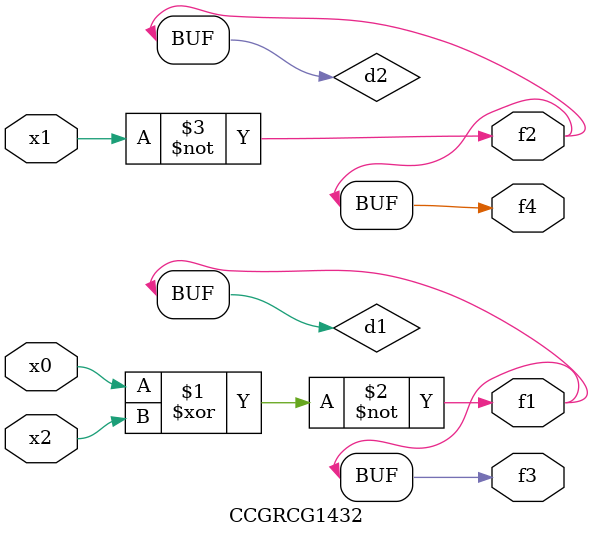
<source format=v>
module CCGRCG1432(
	input x0, x1, x2,
	output f1, f2, f3, f4
);

	wire d1, d2, d3;

	xnor (d1, x0, x2);
	nand (d2, x1);
	nor (d3, x1, x2);
	assign f1 = d1;
	assign f2 = d2;
	assign f3 = d1;
	assign f4 = d2;
endmodule

</source>
